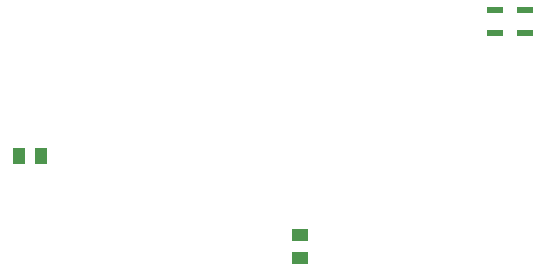
<source format=gtp>
%TF.GenerationSoftware,KiCad,Pcbnew,5.1.9+dfsg1-1+deb11u1*%
%TF.CreationDate,2023-05-03T00:18:42-05:00*%
%TF.ProjectId,PCB Test Design,50434220-5465-4737-9420-44657369676e,rev?*%
%TF.SameCoordinates,Original*%
%TF.FileFunction,Paste,Top*%
%TF.FilePolarity,Positive*%
%FSLAX46Y46*%
G04 Gerber Fmt 4.6, Leading zero omitted, Abs format (unit mm)*
G04 Created by KiCad (PCBNEW 5.1.9+dfsg1-1+deb11u1) date 2023-05-03 00:18:42*
%MOMM*%
%LPD*%
G01*
G04 APERTURE LIST*
%ADD10R,1.470000X0.620000*%
%ADD11R,1.400000X1.000000*%
%ADD12R,1.000000X1.400000*%
G04 APERTURE END LIST*
D10*
%TO.C, *%
X149860000Y-77740000D03*
X149860000Y-79740000D03*
%TD*%
%TO.C,C\u002A\u002A*%
X152400000Y-77740000D03*
X152400000Y-79740000D03*
%TD*%
%TO.C,C\u002A\u002A*%
X152400000Y-77740000D03*
X152400000Y-79740000D03*
%TD*%
D11*
%TO.C,R1 (.5W\u002C 1KOhm)*%
X133350000Y-98740000D03*
X133350000Y-96840000D03*
%TD*%
D12*
%TO.C,R1 (.5W\u002C 1KOhm)*%
X109540000Y-90170000D03*
X111440000Y-90170000D03*
%TD*%
M02*

</source>
